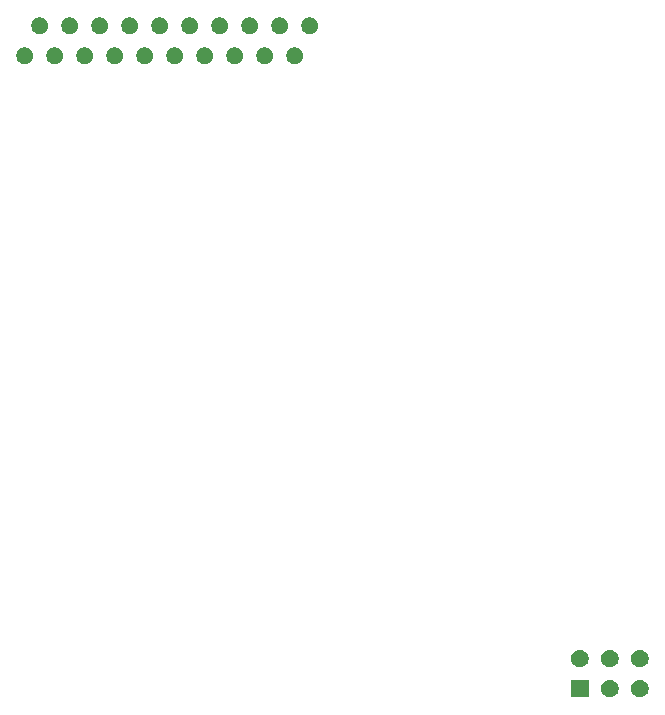
<source format=gbs>
G04 #@! TF.GenerationSoftware,KiCad,Pcbnew,5.1.5-52549c5~84~ubuntu18.04.1*
G04 #@! TF.CreationDate,2019-12-02T20:47:02-05:00*
G04 #@! TF.ProjectId,Brakelight_Shutdown_BSPD,4272616b-656c-4696-9768-745f53687574,rev?*
G04 #@! TF.SameCoordinates,Original*
G04 #@! TF.FileFunction,Soldermask,Bot*
G04 #@! TF.FilePolarity,Negative*
%FSLAX46Y46*%
G04 Gerber Fmt 4.6, Leading zero omitted, Abs format (unit mm)*
G04 Created by KiCad (PCBNEW 5.1.5-52549c5~84~ubuntu18.04.1) date 2019-12-02 20:47:02*
%MOMM*%
%LPD*%
G04 APERTURE LIST*
%ADD10C,0.100000*%
G04 APERTURE END LIST*
D10*
G36*
X188433059Y-98337860D02*
G01*
X188569732Y-98394472D01*
X188692735Y-98476660D01*
X188797340Y-98581265D01*
X188879528Y-98704268D01*
X188936140Y-98840941D01*
X188965000Y-98986033D01*
X188965000Y-99133967D01*
X188936140Y-99279059D01*
X188879528Y-99415732D01*
X188797340Y-99538735D01*
X188692735Y-99643340D01*
X188569732Y-99725528D01*
X188569731Y-99725529D01*
X188569730Y-99725529D01*
X188433059Y-99782140D01*
X188287968Y-99811000D01*
X188140032Y-99811000D01*
X187994941Y-99782140D01*
X187858270Y-99725529D01*
X187858269Y-99725529D01*
X187858268Y-99725528D01*
X187735265Y-99643340D01*
X187630660Y-99538735D01*
X187548472Y-99415732D01*
X187491860Y-99279059D01*
X187463000Y-99133967D01*
X187463000Y-98986033D01*
X187491860Y-98840941D01*
X187548472Y-98704268D01*
X187630660Y-98581265D01*
X187735265Y-98476660D01*
X187858268Y-98394472D01*
X187994941Y-98337860D01*
X188140032Y-98309000D01*
X188287968Y-98309000D01*
X188433059Y-98337860D01*
G37*
G36*
X183885000Y-99811000D02*
G01*
X182383000Y-99811000D01*
X182383000Y-98309000D01*
X183885000Y-98309000D01*
X183885000Y-99811000D01*
G37*
G36*
X185893059Y-98337860D02*
G01*
X186029732Y-98394472D01*
X186152735Y-98476660D01*
X186257340Y-98581265D01*
X186339528Y-98704268D01*
X186396140Y-98840941D01*
X186425000Y-98986033D01*
X186425000Y-99133967D01*
X186396140Y-99279059D01*
X186339528Y-99415732D01*
X186257340Y-99538735D01*
X186152735Y-99643340D01*
X186029732Y-99725528D01*
X186029731Y-99725529D01*
X186029730Y-99725529D01*
X185893059Y-99782140D01*
X185747968Y-99811000D01*
X185600032Y-99811000D01*
X185454941Y-99782140D01*
X185318270Y-99725529D01*
X185318269Y-99725529D01*
X185318268Y-99725528D01*
X185195265Y-99643340D01*
X185090660Y-99538735D01*
X185008472Y-99415732D01*
X184951860Y-99279059D01*
X184923000Y-99133967D01*
X184923000Y-98986033D01*
X184951860Y-98840941D01*
X185008472Y-98704268D01*
X185090660Y-98581265D01*
X185195265Y-98476660D01*
X185318268Y-98394472D01*
X185454941Y-98337860D01*
X185600032Y-98309000D01*
X185747968Y-98309000D01*
X185893059Y-98337860D01*
G37*
G36*
X183353059Y-95797860D02*
G01*
X183489732Y-95854472D01*
X183612735Y-95936660D01*
X183717340Y-96041265D01*
X183799528Y-96164268D01*
X183856140Y-96300941D01*
X183885000Y-96446033D01*
X183885000Y-96593967D01*
X183856140Y-96739059D01*
X183799528Y-96875732D01*
X183717340Y-96998735D01*
X183612735Y-97103340D01*
X183489732Y-97185528D01*
X183489731Y-97185529D01*
X183489730Y-97185529D01*
X183353059Y-97242140D01*
X183207968Y-97271000D01*
X183060032Y-97271000D01*
X182914941Y-97242140D01*
X182778270Y-97185529D01*
X182778269Y-97185529D01*
X182778268Y-97185528D01*
X182655265Y-97103340D01*
X182550660Y-96998735D01*
X182468472Y-96875732D01*
X182411860Y-96739059D01*
X182383000Y-96593967D01*
X182383000Y-96446033D01*
X182411860Y-96300941D01*
X182468472Y-96164268D01*
X182550660Y-96041265D01*
X182655265Y-95936660D01*
X182778268Y-95854472D01*
X182914941Y-95797860D01*
X183060032Y-95769000D01*
X183207968Y-95769000D01*
X183353059Y-95797860D01*
G37*
G36*
X188433059Y-95797860D02*
G01*
X188569732Y-95854472D01*
X188692735Y-95936660D01*
X188797340Y-96041265D01*
X188879528Y-96164268D01*
X188936140Y-96300941D01*
X188965000Y-96446033D01*
X188965000Y-96593967D01*
X188936140Y-96739059D01*
X188879528Y-96875732D01*
X188797340Y-96998735D01*
X188692735Y-97103340D01*
X188569732Y-97185528D01*
X188569731Y-97185529D01*
X188569730Y-97185529D01*
X188433059Y-97242140D01*
X188287968Y-97271000D01*
X188140032Y-97271000D01*
X187994941Y-97242140D01*
X187858270Y-97185529D01*
X187858269Y-97185529D01*
X187858268Y-97185528D01*
X187735265Y-97103340D01*
X187630660Y-96998735D01*
X187548472Y-96875732D01*
X187491860Y-96739059D01*
X187463000Y-96593967D01*
X187463000Y-96446033D01*
X187491860Y-96300941D01*
X187548472Y-96164268D01*
X187630660Y-96041265D01*
X187735265Y-95936660D01*
X187858268Y-95854472D01*
X187994941Y-95797860D01*
X188140032Y-95769000D01*
X188287968Y-95769000D01*
X188433059Y-95797860D01*
G37*
G36*
X185893059Y-95797860D02*
G01*
X186029732Y-95854472D01*
X186152735Y-95936660D01*
X186257340Y-96041265D01*
X186339528Y-96164268D01*
X186396140Y-96300941D01*
X186425000Y-96446033D01*
X186425000Y-96593967D01*
X186396140Y-96739059D01*
X186339528Y-96875732D01*
X186257340Y-96998735D01*
X186152735Y-97103340D01*
X186029732Y-97185528D01*
X186029731Y-97185529D01*
X186029730Y-97185529D01*
X185893059Y-97242140D01*
X185747968Y-97271000D01*
X185600032Y-97271000D01*
X185454941Y-97242140D01*
X185318270Y-97185529D01*
X185318269Y-97185529D01*
X185318268Y-97185528D01*
X185195265Y-97103340D01*
X185090660Y-96998735D01*
X185008472Y-96875732D01*
X184951860Y-96739059D01*
X184923000Y-96593967D01*
X184923000Y-96446033D01*
X184951860Y-96300941D01*
X185008472Y-96164268D01*
X185090660Y-96041265D01*
X185195265Y-95936660D01*
X185318268Y-95854472D01*
X185454941Y-95797860D01*
X185600032Y-95769000D01*
X185747968Y-95769000D01*
X185893059Y-95797860D01*
G37*
G36*
X154128473Y-44799938D02*
G01*
X154256049Y-44852782D01*
X154370859Y-44929495D01*
X154468505Y-45027141D01*
X154545218Y-45141951D01*
X154598062Y-45269527D01*
X154625000Y-45404956D01*
X154625000Y-45543044D01*
X154598062Y-45678473D01*
X154545218Y-45806049D01*
X154468505Y-45920859D01*
X154370859Y-46018505D01*
X154256049Y-46095218D01*
X154128473Y-46148062D01*
X153993044Y-46175000D01*
X153854956Y-46175000D01*
X153719527Y-46148062D01*
X153591951Y-46095218D01*
X153477141Y-46018505D01*
X153379495Y-45920859D01*
X153302782Y-45806049D01*
X153249938Y-45678473D01*
X153223000Y-45543044D01*
X153223000Y-45404956D01*
X153249938Y-45269527D01*
X153302782Y-45141951D01*
X153379495Y-45027141D01*
X153477141Y-44929495D01*
X153591951Y-44852782D01*
X153719527Y-44799938D01*
X153854956Y-44773000D01*
X153993044Y-44773000D01*
X154128473Y-44799938D01*
G37*
G36*
X159208473Y-44799938D02*
G01*
X159336049Y-44852782D01*
X159450859Y-44929495D01*
X159548505Y-45027141D01*
X159625218Y-45141951D01*
X159678062Y-45269527D01*
X159705000Y-45404956D01*
X159705000Y-45543044D01*
X159678062Y-45678473D01*
X159625218Y-45806049D01*
X159548505Y-45920859D01*
X159450859Y-46018505D01*
X159336049Y-46095218D01*
X159208473Y-46148062D01*
X159073044Y-46175000D01*
X158934956Y-46175000D01*
X158799527Y-46148062D01*
X158671951Y-46095218D01*
X158557141Y-46018505D01*
X158459495Y-45920859D01*
X158382782Y-45806049D01*
X158329938Y-45678473D01*
X158303000Y-45543044D01*
X158303000Y-45404956D01*
X158329938Y-45269527D01*
X158382782Y-45141951D01*
X158459495Y-45027141D01*
X158557141Y-44929495D01*
X158671951Y-44852782D01*
X158799527Y-44799938D01*
X158934956Y-44773000D01*
X159073044Y-44773000D01*
X159208473Y-44799938D01*
G37*
G36*
X156668473Y-44799938D02*
G01*
X156796049Y-44852782D01*
X156910859Y-44929495D01*
X157008505Y-45027141D01*
X157085218Y-45141951D01*
X157138062Y-45269527D01*
X157165000Y-45404956D01*
X157165000Y-45543044D01*
X157138062Y-45678473D01*
X157085218Y-45806049D01*
X157008505Y-45920859D01*
X156910859Y-46018505D01*
X156796049Y-46095218D01*
X156668473Y-46148062D01*
X156533044Y-46175000D01*
X156394956Y-46175000D01*
X156259527Y-46148062D01*
X156131951Y-46095218D01*
X156017141Y-46018505D01*
X155919495Y-45920859D01*
X155842782Y-45806049D01*
X155789938Y-45678473D01*
X155763000Y-45543044D01*
X155763000Y-45404956D01*
X155789938Y-45269527D01*
X155842782Y-45141951D01*
X155919495Y-45027141D01*
X156017141Y-44929495D01*
X156131951Y-44852782D01*
X156259527Y-44799938D01*
X156394956Y-44773000D01*
X156533044Y-44773000D01*
X156668473Y-44799938D01*
G37*
G36*
X151588473Y-44799938D02*
G01*
X151716049Y-44852782D01*
X151830859Y-44929495D01*
X151928505Y-45027141D01*
X152005218Y-45141951D01*
X152058062Y-45269527D01*
X152085000Y-45404956D01*
X152085000Y-45543044D01*
X152058062Y-45678473D01*
X152005218Y-45806049D01*
X151928505Y-45920859D01*
X151830859Y-46018505D01*
X151716049Y-46095218D01*
X151588473Y-46148062D01*
X151453044Y-46175000D01*
X151314956Y-46175000D01*
X151179527Y-46148062D01*
X151051951Y-46095218D01*
X150937141Y-46018505D01*
X150839495Y-45920859D01*
X150762782Y-45806049D01*
X150709938Y-45678473D01*
X150683000Y-45543044D01*
X150683000Y-45404956D01*
X150709938Y-45269527D01*
X150762782Y-45141951D01*
X150839495Y-45027141D01*
X150937141Y-44929495D01*
X151051951Y-44852782D01*
X151179527Y-44799938D01*
X151314956Y-44773000D01*
X151453044Y-44773000D01*
X151588473Y-44799938D01*
G37*
G36*
X149048473Y-44799938D02*
G01*
X149176049Y-44852782D01*
X149290859Y-44929495D01*
X149388505Y-45027141D01*
X149465218Y-45141951D01*
X149518062Y-45269527D01*
X149545000Y-45404956D01*
X149545000Y-45543044D01*
X149518062Y-45678473D01*
X149465218Y-45806049D01*
X149388505Y-45920859D01*
X149290859Y-46018505D01*
X149176049Y-46095218D01*
X149048473Y-46148062D01*
X148913044Y-46175000D01*
X148774956Y-46175000D01*
X148639527Y-46148062D01*
X148511951Y-46095218D01*
X148397141Y-46018505D01*
X148299495Y-45920859D01*
X148222782Y-45806049D01*
X148169938Y-45678473D01*
X148143000Y-45543044D01*
X148143000Y-45404956D01*
X148169938Y-45269527D01*
X148222782Y-45141951D01*
X148299495Y-45027141D01*
X148397141Y-44929495D01*
X148511951Y-44852782D01*
X148639527Y-44799938D01*
X148774956Y-44773000D01*
X148913044Y-44773000D01*
X149048473Y-44799938D01*
G37*
G36*
X143968473Y-44799938D02*
G01*
X144096049Y-44852782D01*
X144210859Y-44929495D01*
X144308505Y-45027141D01*
X144385218Y-45141951D01*
X144438062Y-45269527D01*
X144465000Y-45404956D01*
X144465000Y-45543044D01*
X144438062Y-45678473D01*
X144385218Y-45806049D01*
X144308505Y-45920859D01*
X144210859Y-46018505D01*
X144096049Y-46095218D01*
X143968473Y-46148062D01*
X143833044Y-46175000D01*
X143694956Y-46175000D01*
X143559527Y-46148062D01*
X143431951Y-46095218D01*
X143317141Y-46018505D01*
X143219495Y-45920859D01*
X143142782Y-45806049D01*
X143089938Y-45678473D01*
X143063000Y-45543044D01*
X143063000Y-45404956D01*
X143089938Y-45269527D01*
X143142782Y-45141951D01*
X143219495Y-45027141D01*
X143317141Y-44929495D01*
X143431951Y-44852782D01*
X143559527Y-44799938D01*
X143694956Y-44773000D01*
X143833044Y-44773000D01*
X143968473Y-44799938D01*
G37*
G36*
X141428473Y-44799938D02*
G01*
X141556049Y-44852782D01*
X141670859Y-44929495D01*
X141768505Y-45027141D01*
X141845218Y-45141951D01*
X141898062Y-45269527D01*
X141925000Y-45404956D01*
X141925000Y-45543044D01*
X141898062Y-45678473D01*
X141845218Y-45806049D01*
X141768505Y-45920859D01*
X141670859Y-46018505D01*
X141556049Y-46095218D01*
X141428473Y-46148062D01*
X141293044Y-46175000D01*
X141154956Y-46175000D01*
X141019527Y-46148062D01*
X140891951Y-46095218D01*
X140777141Y-46018505D01*
X140679495Y-45920859D01*
X140602782Y-45806049D01*
X140549938Y-45678473D01*
X140523000Y-45543044D01*
X140523000Y-45404956D01*
X140549938Y-45269527D01*
X140602782Y-45141951D01*
X140679495Y-45027141D01*
X140777141Y-44929495D01*
X140891951Y-44852782D01*
X141019527Y-44799938D01*
X141154956Y-44773000D01*
X141293044Y-44773000D01*
X141428473Y-44799938D01*
G37*
G36*
X138888473Y-44799938D02*
G01*
X139016049Y-44852782D01*
X139130859Y-44929495D01*
X139228505Y-45027141D01*
X139305218Y-45141951D01*
X139358062Y-45269527D01*
X139385000Y-45404956D01*
X139385000Y-45543044D01*
X139358062Y-45678473D01*
X139305218Y-45806049D01*
X139228505Y-45920859D01*
X139130859Y-46018505D01*
X139016049Y-46095218D01*
X138888473Y-46148062D01*
X138753044Y-46175000D01*
X138614956Y-46175000D01*
X138479527Y-46148062D01*
X138351951Y-46095218D01*
X138237141Y-46018505D01*
X138139495Y-45920859D01*
X138062782Y-45806049D01*
X138009938Y-45678473D01*
X137983000Y-45543044D01*
X137983000Y-45404956D01*
X138009938Y-45269527D01*
X138062782Y-45141951D01*
X138139495Y-45027141D01*
X138237141Y-44929495D01*
X138351951Y-44852782D01*
X138479527Y-44799938D01*
X138614956Y-44773000D01*
X138753044Y-44773000D01*
X138888473Y-44799938D01*
G37*
G36*
X146508473Y-44799938D02*
G01*
X146636049Y-44852782D01*
X146750859Y-44929495D01*
X146848505Y-45027141D01*
X146925218Y-45141951D01*
X146978062Y-45269527D01*
X147005000Y-45404956D01*
X147005000Y-45543044D01*
X146978062Y-45678473D01*
X146925218Y-45806049D01*
X146848505Y-45920859D01*
X146750859Y-46018505D01*
X146636049Y-46095218D01*
X146508473Y-46148062D01*
X146373044Y-46175000D01*
X146234956Y-46175000D01*
X146099527Y-46148062D01*
X145971951Y-46095218D01*
X145857141Y-46018505D01*
X145759495Y-45920859D01*
X145682782Y-45806049D01*
X145629938Y-45678473D01*
X145603000Y-45543044D01*
X145603000Y-45404956D01*
X145629938Y-45269527D01*
X145682782Y-45141951D01*
X145759495Y-45027141D01*
X145857141Y-44929495D01*
X145971951Y-44852782D01*
X146099527Y-44799938D01*
X146234956Y-44773000D01*
X146373044Y-44773000D01*
X146508473Y-44799938D01*
G37*
G36*
X136348473Y-44799938D02*
G01*
X136476049Y-44852782D01*
X136590859Y-44929495D01*
X136688505Y-45027141D01*
X136765218Y-45141951D01*
X136818062Y-45269527D01*
X136845000Y-45404956D01*
X136845000Y-45543044D01*
X136818062Y-45678473D01*
X136765218Y-45806049D01*
X136688505Y-45920859D01*
X136590859Y-46018505D01*
X136476049Y-46095218D01*
X136348473Y-46148062D01*
X136213044Y-46175000D01*
X136074956Y-46175000D01*
X135939527Y-46148062D01*
X135811951Y-46095218D01*
X135697141Y-46018505D01*
X135599495Y-45920859D01*
X135522782Y-45806049D01*
X135469938Y-45678473D01*
X135443000Y-45543044D01*
X135443000Y-45404956D01*
X135469938Y-45269527D01*
X135522782Y-45141951D01*
X135599495Y-45027141D01*
X135697141Y-44929495D01*
X135811951Y-44852782D01*
X135939527Y-44799938D01*
X136074956Y-44773000D01*
X136213044Y-44773000D01*
X136348473Y-44799938D01*
G37*
G36*
X155398473Y-42259938D02*
G01*
X155526049Y-42312782D01*
X155640859Y-42389495D01*
X155738505Y-42487141D01*
X155815218Y-42601951D01*
X155868062Y-42729527D01*
X155895000Y-42864956D01*
X155895000Y-43003044D01*
X155868062Y-43138473D01*
X155815218Y-43266049D01*
X155738505Y-43380859D01*
X155640859Y-43478505D01*
X155526049Y-43555218D01*
X155398473Y-43608062D01*
X155263044Y-43635000D01*
X155124956Y-43635000D01*
X154989527Y-43608062D01*
X154861951Y-43555218D01*
X154747141Y-43478505D01*
X154649495Y-43380859D01*
X154572782Y-43266049D01*
X154519938Y-43138473D01*
X154493000Y-43003044D01*
X154493000Y-42864956D01*
X154519938Y-42729527D01*
X154572782Y-42601951D01*
X154649495Y-42487141D01*
X154747141Y-42389495D01*
X154861951Y-42312782D01*
X154989527Y-42259938D01*
X155124956Y-42233000D01*
X155263044Y-42233000D01*
X155398473Y-42259938D01*
G37*
G36*
X137618473Y-42259938D02*
G01*
X137746049Y-42312782D01*
X137860859Y-42389495D01*
X137958505Y-42487141D01*
X138035218Y-42601951D01*
X138088062Y-42729527D01*
X138115000Y-42864956D01*
X138115000Y-43003044D01*
X138088062Y-43138473D01*
X138035218Y-43266049D01*
X137958505Y-43380859D01*
X137860859Y-43478505D01*
X137746049Y-43555218D01*
X137618473Y-43608062D01*
X137483044Y-43635000D01*
X137344956Y-43635000D01*
X137209527Y-43608062D01*
X137081951Y-43555218D01*
X136967141Y-43478505D01*
X136869495Y-43380859D01*
X136792782Y-43266049D01*
X136739938Y-43138473D01*
X136713000Y-43003044D01*
X136713000Y-42864956D01*
X136739938Y-42729527D01*
X136792782Y-42601951D01*
X136869495Y-42487141D01*
X136967141Y-42389495D01*
X137081951Y-42312782D01*
X137209527Y-42259938D01*
X137344956Y-42233000D01*
X137483044Y-42233000D01*
X137618473Y-42259938D01*
G37*
G36*
X140158473Y-42259938D02*
G01*
X140286049Y-42312782D01*
X140400859Y-42389495D01*
X140498505Y-42487141D01*
X140575218Y-42601951D01*
X140628062Y-42729527D01*
X140655000Y-42864956D01*
X140655000Y-43003044D01*
X140628062Y-43138473D01*
X140575218Y-43266049D01*
X140498505Y-43380859D01*
X140400859Y-43478505D01*
X140286049Y-43555218D01*
X140158473Y-43608062D01*
X140023044Y-43635000D01*
X139884956Y-43635000D01*
X139749527Y-43608062D01*
X139621951Y-43555218D01*
X139507141Y-43478505D01*
X139409495Y-43380859D01*
X139332782Y-43266049D01*
X139279938Y-43138473D01*
X139253000Y-43003044D01*
X139253000Y-42864956D01*
X139279938Y-42729527D01*
X139332782Y-42601951D01*
X139409495Y-42487141D01*
X139507141Y-42389495D01*
X139621951Y-42312782D01*
X139749527Y-42259938D01*
X139884956Y-42233000D01*
X140023044Y-42233000D01*
X140158473Y-42259938D01*
G37*
G36*
X142698473Y-42259938D02*
G01*
X142826049Y-42312782D01*
X142940859Y-42389495D01*
X143038505Y-42487141D01*
X143115218Y-42601951D01*
X143168062Y-42729527D01*
X143195000Y-42864956D01*
X143195000Y-43003044D01*
X143168062Y-43138473D01*
X143115218Y-43266049D01*
X143038505Y-43380859D01*
X142940859Y-43478505D01*
X142826049Y-43555218D01*
X142698473Y-43608062D01*
X142563044Y-43635000D01*
X142424956Y-43635000D01*
X142289527Y-43608062D01*
X142161951Y-43555218D01*
X142047141Y-43478505D01*
X141949495Y-43380859D01*
X141872782Y-43266049D01*
X141819938Y-43138473D01*
X141793000Y-43003044D01*
X141793000Y-42864956D01*
X141819938Y-42729527D01*
X141872782Y-42601951D01*
X141949495Y-42487141D01*
X142047141Y-42389495D01*
X142161951Y-42312782D01*
X142289527Y-42259938D01*
X142424956Y-42233000D01*
X142563044Y-42233000D01*
X142698473Y-42259938D01*
G37*
G36*
X145238473Y-42259938D02*
G01*
X145366049Y-42312782D01*
X145480859Y-42389495D01*
X145578505Y-42487141D01*
X145655218Y-42601951D01*
X145708062Y-42729527D01*
X145735000Y-42864956D01*
X145735000Y-43003044D01*
X145708062Y-43138473D01*
X145655218Y-43266049D01*
X145578505Y-43380859D01*
X145480859Y-43478505D01*
X145366049Y-43555218D01*
X145238473Y-43608062D01*
X145103044Y-43635000D01*
X144964956Y-43635000D01*
X144829527Y-43608062D01*
X144701951Y-43555218D01*
X144587141Y-43478505D01*
X144489495Y-43380859D01*
X144412782Y-43266049D01*
X144359938Y-43138473D01*
X144333000Y-43003044D01*
X144333000Y-42864956D01*
X144359938Y-42729527D01*
X144412782Y-42601951D01*
X144489495Y-42487141D01*
X144587141Y-42389495D01*
X144701951Y-42312782D01*
X144829527Y-42259938D01*
X144964956Y-42233000D01*
X145103044Y-42233000D01*
X145238473Y-42259938D01*
G37*
G36*
X160478473Y-42259938D02*
G01*
X160606049Y-42312782D01*
X160720859Y-42389495D01*
X160818505Y-42487141D01*
X160895218Y-42601951D01*
X160948062Y-42729527D01*
X160975000Y-42864956D01*
X160975000Y-43003044D01*
X160948062Y-43138473D01*
X160895218Y-43266049D01*
X160818505Y-43380859D01*
X160720859Y-43478505D01*
X160606049Y-43555218D01*
X160478473Y-43608062D01*
X160343044Y-43635000D01*
X160204956Y-43635000D01*
X160069527Y-43608062D01*
X159941951Y-43555218D01*
X159827141Y-43478505D01*
X159729495Y-43380859D01*
X159652782Y-43266049D01*
X159599938Y-43138473D01*
X159573000Y-43003044D01*
X159573000Y-42864956D01*
X159599938Y-42729527D01*
X159652782Y-42601951D01*
X159729495Y-42487141D01*
X159827141Y-42389495D01*
X159941951Y-42312782D01*
X160069527Y-42259938D01*
X160204956Y-42233000D01*
X160343044Y-42233000D01*
X160478473Y-42259938D01*
G37*
G36*
X147778473Y-42259938D02*
G01*
X147906049Y-42312782D01*
X148020859Y-42389495D01*
X148118505Y-42487141D01*
X148195218Y-42601951D01*
X148248062Y-42729527D01*
X148275000Y-42864956D01*
X148275000Y-43003044D01*
X148248062Y-43138473D01*
X148195218Y-43266049D01*
X148118505Y-43380859D01*
X148020859Y-43478505D01*
X147906049Y-43555218D01*
X147778473Y-43608062D01*
X147643044Y-43635000D01*
X147504956Y-43635000D01*
X147369527Y-43608062D01*
X147241951Y-43555218D01*
X147127141Y-43478505D01*
X147029495Y-43380859D01*
X146952782Y-43266049D01*
X146899938Y-43138473D01*
X146873000Y-43003044D01*
X146873000Y-42864956D01*
X146899938Y-42729527D01*
X146952782Y-42601951D01*
X147029495Y-42487141D01*
X147127141Y-42389495D01*
X147241951Y-42312782D01*
X147369527Y-42259938D01*
X147504956Y-42233000D01*
X147643044Y-42233000D01*
X147778473Y-42259938D01*
G37*
G36*
X157938473Y-42259938D02*
G01*
X158066049Y-42312782D01*
X158180859Y-42389495D01*
X158278505Y-42487141D01*
X158355218Y-42601951D01*
X158408062Y-42729527D01*
X158435000Y-42864956D01*
X158435000Y-43003044D01*
X158408062Y-43138473D01*
X158355218Y-43266049D01*
X158278505Y-43380859D01*
X158180859Y-43478505D01*
X158066049Y-43555218D01*
X157938473Y-43608062D01*
X157803044Y-43635000D01*
X157664956Y-43635000D01*
X157529527Y-43608062D01*
X157401951Y-43555218D01*
X157287141Y-43478505D01*
X157189495Y-43380859D01*
X157112782Y-43266049D01*
X157059938Y-43138473D01*
X157033000Y-43003044D01*
X157033000Y-42864956D01*
X157059938Y-42729527D01*
X157112782Y-42601951D01*
X157189495Y-42487141D01*
X157287141Y-42389495D01*
X157401951Y-42312782D01*
X157529527Y-42259938D01*
X157664956Y-42233000D01*
X157803044Y-42233000D01*
X157938473Y-42259938D01*
G37*
G36*
X150318473Y-42259938D02*
G01*
X150446049Y-42312782D01*
X150560859Y-42389495D01*
X150658505Y-42487141D01*
X150735218Y-42601951D01*
X150788062Y-42729527D01*
X150815000Y-42864956D01*
X150815000Y-43003044D01*
X150788062Y-43138473D01*
X150735218Y-43266049D01*
X150658505Y-43380859D01*
X150560859Y-43478505D01*
X150446049Y-43555218D01*
X150318473Y-43608062D01*
X150183044Y-43635000D01*
X150044956Y-43635000D01*
X149909527Y-43608062D01*
X149781951Y-43555218D01*
X149667141Y-43478505D01*
X149569495Y-43380859D01*
X149492782Y-43266049D01*
X149439938Y-43138473D01*
X149413000Y-43003044D01*
X149413000Y-42864956D01*
X149439938Y-42729527D01*
X149492782Y-42601951D01*
X149569495Y-42487141D01*
X149667141Y-42389495D01*
X149781951Y-42312782D01*
X149909527Y-42259938D01*
X150044956Y-42233000D01*
X150183044Y-42233000D01*
X150318473Y-42259938D01*
G37*
G36*
X152858473Y-42259938D02*
G01*
X152986049Y-42312782D01*
X153100859Y-42389495D01*
X153198505Y-42487141D01*
X153275218Y-42601951D01*
X153328062Y-42729527D01*
X153355000Y-42864956D01*
X153355000Y-43003044D01*
X153328062Y-43138473D01*
X153275218Y-43266049D01*
X153198505Y-43380859D01*
X153100859Y-43478505D01*
X152986049Y-43555218D01*
X152858473Y-43608062D01*
X152723044Y-43635000D01*
X152584956Y-43635000D01*
X152449527Y-43608062D01*
X152321951Y-43555218D01*
X152207141Y-43478505D01*
X152109495Y-43380859D01*
X152032782Y-43266049D01*
X151979938Y-43138473D01*
X151953000Y-43003044D01*
X151953000Y-42864956D01*
X151979938Y-42729527D01*
X152032782Y-42601951D01*
X152109495Y-42487141D01*
X152207141Y-42389495D01*
X152321951Y-42312782D01*
X152449527Y-42259938D01*
X152584956Y-42233000D01*
X152723044Y-42233000D01*
X152858473Y-42259938D01*
G37*
M02*

</source>
